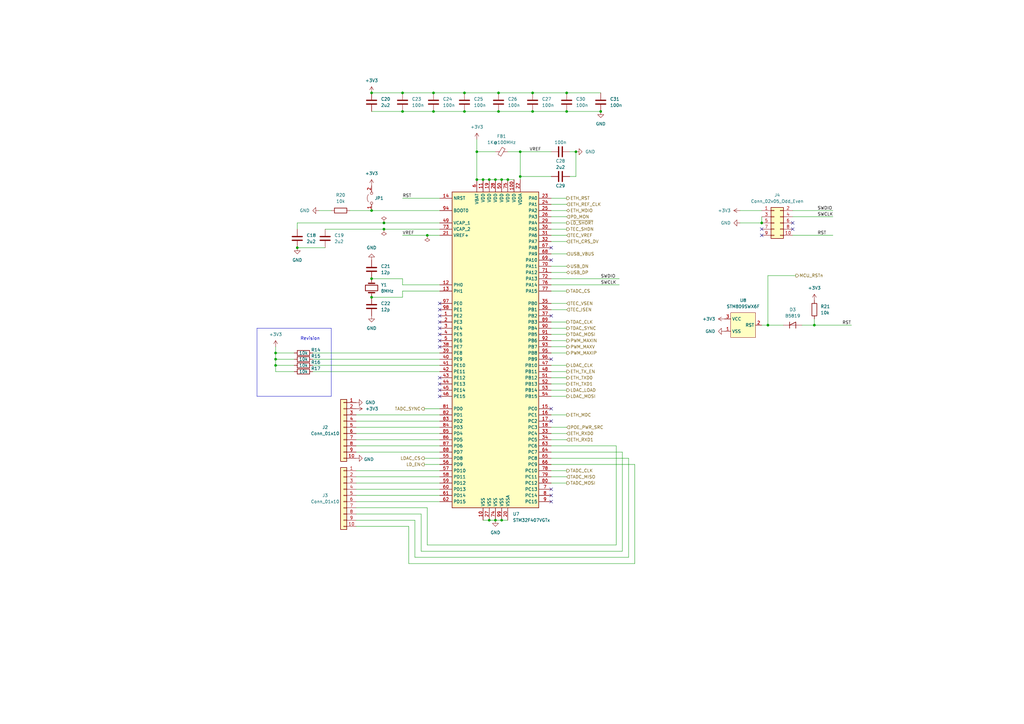
<source format=kicad_sch>
(kicad_sch (version 20230121) (generator eeschema)
  (paper "A3")
  (title_block (title "Kirdy") (date "2022-07-03") (rev "r0.1") (company "M-Labs") (comment 1 "Alex Wong Tat Hang"))
  (lib_symbols
    (symbol "Connector_Generic:Conn_01x10" (pin_names (offset 1.016) hide)
      (property "Reference" "J" (at 0 12.7 0))
      (property "Value" "Conn_01x10" (at 0 -15.24 0))
      (symbol "Conn_01x10_1_1"
        (rectangle (start -1.27 -12.573) (end 0 -12.827) (stroke (width 0.1524)))
        (rectangle (start -1.27 -10.033) (end 0 -10.287) (stroke (width 0.1524)))
        (rectangle (start -1.27 -7.493) (end 0 -7.747) (stroke (width 0.1524)))
        (rectangle (start -1.27 -4.953) (end 0 -5.207) (stroke (width 0.1524)))
        (rectangle (start -1.27 -2.413) (end 0 -2.667) (stroke (width 0.1524)))
        (rectangle (start -1.27 0.127) (end 0 -0.127) (stroke (width 0.1524)))
        (rectangle (start -1.27 2.667) (end 0 2.413) (stroke (width 0.1524)))
        (rectangle (start -1.27 5.207) (end 0 4.953) (stroke (width 0.1524)))
        (rectangle (start -1.27 7.747) (end 0 7.493) (stroke (width 0.1524)))
        (rectangle (start -1.27 10.287) (end 0 10.033) (stroke (width 0.1524)))
        (rectangle (start -1.27 11.43) (end 1.27 -13.97) (stroke (width 0.254)) (fill (type background)))
        (pin passive line (at -5.08 10.16 0) (length 3.81) (name "Pin_1") (number "1"))
        (pin passive line (at -5.08 -12.7 0) (length 3.81) (name "Pin_10") (number "10"))
        (pin passive line (at -5.08 7.62 0) (length 3.81) (name "Pin_2") (number "2"))
        (pin passive line (at -5.08 5.08 0) (length 3.81) (name "Pin_3") (number "3"))
        (pin passive line (at -5.08 2.54 0) (length 3.81) (name "Pin_4") (number "4"))
        (pin passive line (at -5.08 0 0) (length 3.81) (name "Pin_5") (number "5"))
        (pin passive line (at -5.08 -2.54 0) (length 3.81) (name "Pin_6") (number "6"))
        (pin passive line (at -5.08 -5.08 0) (length 3.81) (name "Pin_7") (number "7"))
        (pin passive line (at -5.08 -7.62 0) (length 3.81) (name "Pin_8") (number "8"))
        (pin passive line (at -5.08 -10.16 0) (length 3.81) (name "Pin_9") (number "9"))
      )
    )
    (symbol "Connector_Generic:Conn_02x05_Odd_Even" (pin_names (offset 1.016) hide)
      (property "Reference" "J" (at 1.27 7.62 0))
      (property "Value" "Conn_02x05_Odd_Even" (at 1.27 -7.62 0))
      (symbol "Conn_02x05_Odd_Even_1_1"
        (rectangle (start -1.27 -4.953) (end 0 -5.207) (stroke (width 0.1524)))
        (rectangle (start -1.27 -2.413) (end 0 -2.667) (stroke (width 0.1524)))
        (rectangle (start -1.27 0.127) (end 0 -0.127) (stroke (width 0.1524)))
        (rectangle (start -1.27 2.667) (end 0 2.413) (stroke (width 0.1524)))
        (rectangle (start -1.27 5.207) (end 0 4.953) (stroke (width 0.1524)))
        (rectangle (start -1.27 6.35) (end 3.81 -6.35) (stroke (width 0.254)) (fill (type background)))
        (rectangle (start 3.81 -4.953) (end 2.54 -5.207) (stroke (width 0.1524)))
        (rectangle (start 3.81 -2.413) (end 2.54 -2.667) (stroke (width 0.1524)))
        (rectangle (start 3.81 0.127) (end 2.54 -0.127) (stroke (width 0.1524)))
        (rectangle (start 3.81 2.667) (end 2.54 2.413) (stroke (width 0.1524)))
        (rectangle (start 3.81 5.207) (end 2.54 4.953) (stroke (width 0.1524)))
        (pin passive line (at -5.08 5.08 0) (length 3.81) (name "Pin_1") (number "1"))
        (pin passive line (at 7.62 -5.08 180) (length 3.81) (name "Pin_10") (number "10"))
        (pin passive line (at 7.62 5.08 180) (length 3.81) (name "Pin_2") (number "2"))
        (pin passive line (at -5.08 2.54 0) (length 3.81) (name "Pin_3") (number "3"))
        (pin passive line (at 7.62 2.54 180) (length 3.81) (name "Pin_4") (number "4"))
        (pin passive line (at -5.08 0 0) (length 3.81) (name "Pin_5") (number "5"))
        (pin passive line (at 7.62 0 180) (length 3.81) (name "Pin_6") (number "6"))
        (pin passive line (at -5.08 -2.54 0) (length 3.81) (name "Pin_7") (number "7"))
        (pin passive line (at 7.62 -2.54 180) (length 3.81) (name "Pin_8") (number "8"))
        (pin passive line (at -5.08 -5.08 0) (length 3.81) (name "Pin_9") (number "9"))
      )
    )
    (symbol "Device:C" (pin_numbers hide) (pin_names (offset 0.254))
      (property "Reference" "C" (at 0.635 2.54 0))
      (property "Value" "C" (at 0.635 -2.54 0))
      (symbol "C_0_1"
        (polyline (pts (xy -2.032 -0.762) (xy 2.032 -0.762)) (stroke (width 0.508)))
        (polyline (pts (xy -2.032 0.762) (xy 2.032 0.762)) (stroke (width 0.508)))
      )
      (symbol "C_1_1"
        (pin passive line (at 0 3.81 270) (length 2.794) (name "~") (number "1"))
        (pin passive line (at 0 -3.81 90) (length 2.794) (name "~") (number "2"))
      )
    )
    (symbol "Device:Crystal" (pin_numbers hide) (pin_names (offset 1.016) hide)
      (property "Reference" "Y" (at 0 3.81 0))
      (property "Value" "Crystal" (at 0 -3.81 0))
      (symbol "Crystal_0_1"
        (rectangle (start -1.143 2.54) (end 1.143 -2.54) (stroke (width 0.3048)))
        (polyline (pts (xy -2.54 0) (xy -1.905 0)))
        (polyline (pts (xy -1.905 -1.27) (xy -1.905 1.27)) (stroke (width 0.508)))
        (polyline (pts (xy 1.905 -1.27) (xy 1.905 1.27)) (stroke (width 0.508)))
        (polyline (pts (xy 2.54 0) (xy 1.905 0)))
      )
      (symbol "Crystal_1_1"
        (pin passive line (at -3.81 0 0) (length 1.27) (name "1") (number "1"))
        (pin passive line (at 3.81 0 180) (length 1.27) (name "2") (number "2"))
      )
    )
    (symbol "Device:D_Shockley" (pin_numbers hide) (pin_names (offset 1.016) hide)
      (property "Reference" "D" (at 0 2.54 0))
      (property "Value" "D_Shockley" (at 0 -2.54 0))
      (symbol "D_Shockley_0_1"
        (polyline (pts (xy -1.27 0) (xy 1.27 0)))
        (polyline (pts (xy -1.27 1.27) (xy -1.27 -1.27)) (stroke (width 0.254)))
        (polyline (pts (xy -1.27 0) (xy 1.27 1.27) (xy 1.27 -1.27)) (stroke (width 0.254)))
      )
      (symbol "D_Shockley_1_1"
        (pin passive line (at -3.81 0 0) (length 2.54) (name "K") (number "1"))
        (pin passive line (at 3.81 0 180) (length 2.54) (name "A") (number "2"))
      )
    )
    (symbol "Device:FerriteBead_Small" (pin_numbers hide) (pin_names (offset 0))
      (property "Reference" "FB" (at 1.905 1.27 0))
      (property "Value" "FerriteBead_Small" (at 1.905 -1.27 0))
      (symbol "FerriteBead_Small_0_1"
        (polyline (pts (xy 0 -1.27) (xy 0 -0.7874)))
        (polyline (pts (xy 0 0.889) (xy 0 1.2954)))
        (polyline (pts (xy -1.8288 0.2794) (xy -1.1176 1.4986) (xy 1.8288 -0.2032) (xy 1.1176 -1.4224) (xy -1.8288 0.2794)))
      )
      (symbol "FerriteBead_Small_1_1"
        (pin passive line (at 0 2.54 270) (length 1.27) (name "~") (number "1"))
        (pin passive line (at 0 -2.54 90) (length 1.27) (name "~") (number "2"))
      )
    )
    (symbol "Device:R" (pin_numbers hide) (pin_names (offset 0))
      (property "Reference" "R" (at 2.032 0 90))
      (property "Value" "R" (at 0 0 90))
      (symbol "R_0_1"
        (rectangle (start -1.016 -2.54) (end 1.016 2.54) (stroke (width 0.254)))
      )
      (symbol "R_1_1"
        (pin passive line (at 0 3.81 270) (length 1.27) (name "~") (number "1"))
        (pin passive line (at 0 -3.81 90) (length 1.27) (name "~") (number "2"))
      )
    )
    (symbol "Jumper:Jumper_2_Open" (pin_names (offset 0) hide)
      (property "Reference" "JP" (at 0 2.794 0))
      (property "Value" "Jumper_2_Open" (at 0 -2.286 0))
      (symbol "Jumper_2_Open_0_0"
        (circle (center -2.032 0) (radius 0.508))
        (circle (center 2.032 0) (radius 0.508))
      )
      (symbol "Jumper_2_Open_0_1"
        (arc (start 1.524 1.27) (mid 0 1.778) (end -1.524 1.27))
      )
      (symbol "Jumper_2_Open_1_1"
        (pin passive line (at -5.08 0 0) (length 2.54) (name "A") (number "1"))
        (pin passive line (at 5.08 0 180) (length 2.54) (name "B") (number "2"))
      )
    )
    (symbol "MCU_ST_STM32F4:STM32F407VGTx"
      (property "Reference" "U" (at -17.78 64.77 0))
      (property "Value" "STM32F407VGTx" (at 12.7 64.77 0))
      (symbol "STM32F407VGTx_0_1"
        (rectangle (start -17.78 -66.04) (end 17.78 63.5) (stroke (width 0.254)) (fill (type background)))
      )
      (symbol "STM32F407VGTx_1_1"
        (pin bidirectional line (at -22.86 12.7 0) (length 5.08) (name "PE2") (number "1"))
        (pin power_in line (at -5.08 -71.12 90) (length 5.08) (name "VSS") (number "10"))
        (pin power_in line (at 7.62 68.58 270) (length 5.08) (name "VDD") (number "100"))
        (pin power_in line (at -5.08 68.58 270) (length 5.08) (name "VDD") (number "11"))
        (pin input line (at -22.86 25.4 0) (length 5.08) (name "PH0") (number "12"))
        (pin input line (at -22.86 22.86 0) (length 5.08) (name "PH1") (number "13"))
        (pin input line (at -22.86 60.96 0) (length 5.08) (name "NRST") (number "14"))
        (pin bidirectional line (at 22.86 -25.4 180) (length 5.08) (name "PC0") (number "15"))
        (pin bidirectional line (at 22.86 -27.94 180) (length 5.08) (name "PC1") (number "16"))
        (pin bidirectional line (at 22.86 -30.48 180) (length 5.08) (name "PC2") (number "17"))
        (pin bidirectional line (at 22.86 -33.02 180) (length 5.08) (name "PC3") (number "18"))
        (pin power_in line (at -2.54 68.58 270) (length 5.08) (name "VDD") (number "19"))
        (pin bidirectional line (at -22.86 10.16 0) (length 5.08) (name "PE3") (number "2"))
        (pin power_in line (at 5.08 -71.12 90) (length 5.08) (name "VSSA") (number "20"))
        (pin power_in line (at -22.86 45.72 0) (length 5.08) (name "VREF+") (number "21"))
        (pin power_in line (at 10.16 68.58 270) (length 5.08) (name "VDDA") (number "22"))
        (pin bidirectional line (at 22.86 60.96 180) (length 5.08) (name "PA0") (number "23"))
        (pin bidirectional line (at 22.86 58.42 180) (length 5.08) (name "PA1") (number "24"))
        (pin bidirectional line (at 22.86 55.88 180) (length 5.08) (name "PA2") (number "25"))
        (pin bidirectional line (at 22.86 53.34 180) (length 5.08) (name "PA3") (number "26"))
        (pin power_in line (at -2.54 -71.12 90) (length 5.08) (name "VSS") (number "27"))
        (pin power_in line (at 0 68.58 270) (length 5.08) (name "VDD") (number "28"))
        (pin bidirectional line (at 22.86 50.8 180) (length 5.08) (name "PA4") (number "29"))
        (pin bidirectional line (at -22.86 7.62 0) (length 5.08) (name "PE4") (number "3"))
        (pin bidirectional line (at 22.86 48.26 180) (length 5.08) (name "PA5") (number "30"))
        (pin bidirectional line (at 22.86 45.72 180) (length 5.08) (name "PA6") (number "31"))
        (pin bidirectional line (at 22.86 43.18 180) (length 5.08) (name "PA7") (number "32"))
        (pin bidirectional line (at 22.86 -35.56 180) (length 5.08) (name "PC4") (number "33"))
        (pin bidirectional line (at 22.86 -38.1 180) (length 5.08) (name "PC5") (number "34"))
        (pin bidirectional line (at 22.86 17.78 180) (length 5.08) (name "PB0") (number "35"))
        (pin bidirectional line (at 22.86 15.24 180) (length 5.08) (name "PB1") (number "36"))
        (pin bidirectional line (at 22.86 12.7 180) (length 5.08) (name "PB2") (number "37"))
        (pin bidirectional line (at -22.86 0 0) (length 5.08) (name "PE7") (number "38"))
        (pin bidirectional line (at -22.86 -2.54 0) (length 5.08) (name "PE8") (number "39"))
        (pin bidirectional line (at -22.86 5.08 0) (length 5.08) (name "PE5") (number "4"))
        (pin bidirectional line (at -22.86 -5.08 0) (length 5.08) (name "PE9") (number "40"))
        (pin bidirectional line (at -22.86 -7.62 0) (length 5.08) (name "PE10") (number "41"))
        (pin bidirectional line (at -22.86 -10.16 0) (length 5.08) (name "PE11") (number "42"))
        (pin bidirectional line (at -22.86 -12.7 0) (length 5.08) (name "PE12") (number "43"))
        (pin bidirectional line (at -22.86 -15.24 0) (length 5.08) (name "PE13") (number "44"))
        (pin bidirectional line (at -22.86 -17.78 0) (length 5.08) (name "PE14") (number "45"))
        (pin bidirectional line (at -22.86 -20.32 0) (length 5.08) (name "PE15") (number "46"))
        (pin bidirectional line (at 22.86 -7.62 180) (length 5.08) (name "PB10") (number "47"))
        (pin bidirectional line (at 22.86 -10.16 180) (length 5.08) (name "PB11") (number "48"))
        (pin power_in line (at -22.86 50.8 0) (length 5.08) (name "VCAP_1") (number "49"))
        (pin bidirectional line (at -22.86 2.54 0) (length 5.08) (name "PE6") (number "5"))
        (pin power_in line (at 2.54 68.58 270) (length 5.08) (name "VDD") (number "50"))
        (pin bidirectional line (at 22.86 -12.7 180) (length 5.08) (name "PB12") (number "51"))
        (pin bidirectional line (at 22.86 -15.24 180) (length 5.08) (name "PB13") (number "52"))
        (pin bidirectional line (at 22.86 -17.78 180) (length 5.08) (name "PB14") (number "53"))
        (pin bidirectional line (at 22.86 -20.32 180) (length 5.08) (name "PB15") (number "54"))
        (pin bidirectional line (at -22.86 -45.72 0) (length 5.08) (name "PD8") (number "55"))
        (pin bidirectional line (at -22.86 -48.26 0) (length 5.08) (name "PD9") (number "56"))
        (pin bidirectional line (at -22.86 -50.8 0) (length 5.08) (name "PD10") (number "57"))
        (pin bidirectional line (at -22.86 -53.34 0) (length 5.08) (name "PD11") (number "58"))
        (pin bidirectional line (at -22.86 -55.88 0) (length 5.08) (name "PD12") (number "59"))
        (pin power_in line (at -7.62 68.58 270) (length 5.08) (name "VBAT") (number "6"))
        (pin bidirectional line (at -22.86 -58.42 0) (length 5.08) (name "PD13") (number "60"))
        (pin bidirectional line (at -22.86 -60.96 0) (length 5.08) (name "PD14") (number "61"))
        (pin bidirectional line (at -22.86 -63.5 0) (length 5.08) (name "PD15") (number "62"))
        (pin bidirectional line (at 22.86 -40.64 180) (length 5.08) (name "PC6") (number "63"))
        (pin bidirectional line (at 22.86 -43.18 180) (length 5.08) (name "PC7") (number "64"))
        (pin bidirectional line (at 22.86 -45.72 180) (length 5.08) (name "PC8") (number "65"))
        (pin bidirectional line (at 22.86 -48.26 180) (length 5.08) (name "PC9") (number "66"))
        (pin bidirectional line (at 22.86 40.64 180) (length 5.08) (name "PA8") (number "67"))
        (pin bidirectional line (at 22.86 38.1 180) (length 5.08) (name "PA9") (number "68"))
        (pin bidirectional line (at 22.86 35.56 180) (length 5.08) (name "PA10") (number "69"))
        (pin bidirectional line (at 22.86 -58.42 180) (length 5.08) (name "PC13") (number "7"))
        (pin bidirectional line (at 22.86 33.02 180) (length 5.08) (name "PA11") (number "70"))
        (pin bidirectional line (at 22.86 30.48 180) (length 5.08) (name "PA12") (number "71"))
        (pin bidirectional line (at 22.86 27.94 180) (length 5.08) (name "PA13") (number "72"))
        (pin power_in line (at -22.86 48.26 0) (length 5.08) (name "VCAP_2") (number "73"))
        (pin power_in line (at 0 -71.12 90) (length 5.08) (name "VSS") (number "74"))
        (pin power_in line (at 5.08 68.58 270) (length 5.08) (name "VDD") (number "75"))
        (pin bidirectional line (at 22.86 25.4 180) (length 5.08) (name "PA14") (number "76"))
        (pin bidirectional line (at 22.86 22.86 180) (length 5.08) (name "PA15") (number "77"))
        (pin bidirectional line (at 22.86 -50.8 180) (length 5.08) (name "PC10") (number "78"))
        (pin bidirectional line (at 22.86 -53.34 180) (length 5.08) (name "PC11") (number "79"))
        (pin bidirectional line (at 22.86 -60.96 180) (length 5.08) (name "PC14") (number "8"))
        (pin bidirectional line (at 22.86 -55.88 180) (length 5.08) (name "PC12") (number "80"))
        (pin bidirectional line (at -22.86 -25.4 0) (length 5.08) (name "PD0") (number "81"))
        (pin bidirectional line (at -22.86 -27.94 0) (length 5.08) (name "PD1") (number "82"))
        (pin bidirectional line (at -22.86 -30.48 0) (length 5.08) (name "PD2") (number "83"))
        (pin bidirectional line (at -22.86 -33.02 0) (length 5.08) (name "PD3") (number "84"))
        (pin bidirectional line (at -22.86 -35.56 0) (length 5.08) (name "PD4") (number "85"))
        (pin bidirectional line (at -22.86 -38.1 0) (length 5.08) (name "PD5") (number "86"))
        (pin bidirectional line (at -22.86 -40.64 0) (length 5.08) (name "PD6") (number "87"))
        (pin bidirectional line (at -22.86 -43.18 0) (length 5.08) (name "PD7") (number "88"))
        (pin bidirectional line (at 22.86 10.16 180) (length 5.08) (name "PB3") (number "89"))
        (pin bidirectional line (at 22.86 -63.5 180) (length 5.08) (name "PC15") (number "9"))
        (pin bidirectional line (at 22.86 7.62 180) (length 5.08) (name "PB4") (number "90"))
        (pin bidirectional line (at 22.86 5.08 180) (length 5.08) (name "PB5") (number "91"))
        (pin bidirectional line (at 22.86 2.54 180) (length 5.08) (name "PB6") (number "92"))
        (pin bidirectional line (at 22.86 0 180) (length 5.08) (name "PB7") (number "93"))
        (pin input line (at -22.86 55.88 0) (length 5.08) (name "BOOT0") (number "94"))
        (pin bidirectional line (at 22.86 -2.54 180) (length 5.08) (name "PB8") (number "95"))
        (pin bidirectional line (at 22.86 -5.08 180) (length 5.08) (name "PB9") (number "96"))
        (pin bidirectional line (at -22.86 17.78 0) (length 5.08) (name "PE0") (number "97"))
        (pin bidirectional line (at -22.86 15.24 0) (length 5.08) (name "PE1") (number "98"))
        (pin power_in line (at 2.54 -71.12 90) (length 5.08) (name "VSS") (number "99"))
      )
    )
    (symbol "kirdy:STM809SWX6F"
      (property "Reference" "U" (at 0 -10.16 0))
      (property "Value" "STM809SWX6F" (at 0 -7.62 0))
      (symbol "STM809SWX6F_0_0"
        (pin power_in line (at -7.62 -2.54 0) (length 2.54) (name "VSS") (number "1"))
        (pin output line (at 7.62 0 180) (length 2.54) (name "RST") (number "2"))
        (pin power_in line (at -7.62 2.54 0) (length 2.54) (name "VCC") (number "3"))
      )
      (symbol "STM809SWX6F_0_1"
        (rectangle (start -5.08 5.08) (end 5.08 -5.08) (fill (type background)))
      )
    )
    (symbol "power:+3V3" (power) (pin_names (offset 0))
      (property "Value" "+3V3" (at 0 3.556 0))
      (symbol "+3V3_0_1"
        (polyline (pts (xy -0.762 1.27) (xy 0 2.54)))
        (polyline (pts (xy 0 0) (xy 0 2.54)))
        (polyline (pts (xy 0 2.54) (xy 0.762 1.27)))
      )
      (symbol "+3V3_1_1"
        (pin power_in line (at 0 0 90) (length 0) hide (name "+3V3") (number "1"))
      )
    )
    (symbol "power:GND" (power) (pin_names (offset 0))
      (property "Value" "GND" (at 0 -3.81 0))
      (symbol "GND_0_1"
        (polyline (pts (xy 0 0) (xy 0 -1.27) (xy 1.27 -1.27) (xy 0 -2.54) (xy -1.27 -1.27) (xy 0 -1.27)))
      )
      (symbol "GND_1_1"
        (pin power_in line (at 0 0 270) (length 0) hide (name "GND") (number "1"))
      )
    )
    (symbol "power:PWR_FLAG" (power) (pin_numbers hide) (pin_names (offset 0) hide)
      (property "Value" "PWR_FLAG" (at 0 3.81 0))
      (symbol "PWR_FLAG_0_0"
        (pin power_out line (at 0 0 90) (length 0) (name "pwr") (number "1"))
      )
      (symbol "PWR_FLAG_0_1"
        (polyline (pts (xy 0 0) (xy 0 1.27) (xy -1.016 1.905) (xy 0 2.54) (xy 1.016 1.905) (xy 0 1.27)))
      )
    )
  )
  (junction (at 165.1 38.1))
  (junction (at 152.4 114.3))
  (junction (at 198.12 73.66))
  (junction (at 157.48 93.98))
  (junction (at 205.74 213.36))
  (junction (at 177.8 38.1))
  (junction (at 213.36 72.39))
  (junction (at 236.22 62.23))
  (junction (at 152.4 38.1))
  (junction (at 195.58 73.66))
  (junction (at 121.92 101.6))
  (junction (at 200.66 73.66))
  (junction (at 203.2 213.36))
  (junction (at 175.26 96.52))
  (junction (at 204.47 38.1))
  (junction (at 152.4 86.36))
  (junction (at 177.8 45.72))
  (junction (at 232.41 45.72))
  (junction (at 314.96 133.35))
  (junction (at 200.66 213.36))
  (junction (at 157.48 91.44))
  (junction (at 208.28 73.66))
  (junction (at 113.03 144.78))
  (junction (at 190.5 45.72))
  (junction (at 165.1 45.72))
  (junction (at 203.2 73.66))
  (junction (at 232.41 38.1))
  (junction (at 334.01 133.35))
  (junction (at 213.36 62.23))
  (junction (at 190.5 38.1))
  (junction (at 204.47 45.72))
  (junction (at 113.03 147.32))
  (junction (at 218.44 38.1))
  (junction (at 246.38 45.72))
  (junction (at 205.74 73.66))
  (junction (at 152.4 121.92))
  (junction (at 195.58 62.23))
  (junction (at 312.42 91.44))
  (junction (at 218.44 45.72))
  (junction (at 113.03 149.86))
  (no_connect (at 312.42 96.52))
  (no_connect (at 325.12 93.98))
  (no_connect (at 325.12 91.44))
  (no_connect (at 180.34 157.48))
  (no_connect (at 180.34 154.94))
  (no_connect (at 312.42 93.98))
  (no_connect (at 226.06 172.72))
  (no_connect (at 226.06 101.6))
  (no_connect (at 226.06 200.66))
  (no_connect (at 226.06 203.2))
  (no_connect (at 226.06 205.74))
  (no_connect (at 226.06 106.68))
  (no_connect (at 226.06 129.54))
  (no_connect (at 180.34 129.54))
  (no_connect (at 180.34 124.46))
  (no_connect (at 180.34 127))
  (no_connect (at 226.06 147.32))
  (no_connect (at 226.06 167.64))
  (no_connect (at 180.34 162.56))
  (no_connect (at 180.34 160.02))
  (no_connect (at 180.34 132.08))
  (no_connect (at 180.34 134.62))
  (no_connect (at 180.34 137.16))
  (no_connect (at 180.34 139.7))
  (no_connect (at 180.34 142.24))
  (wire (pts (xy 226.06 180.34) (xy 232.41 180.34)))
  (wire (pts (xy 146.05 205.74) (xy 180.34 205.74)))
  (wire (pts (xy 226.06 170.18) (xy 232.41 170.18)))
  (wire (pts (xy 226.06 160.02) (xy 232.41 160.02)))
  (wire (pts (xy 226.06 99.06) (xy 232.41 99.06)))
  (wire (pts (xy 165.1 116.84) (xy 180.34 116.84)))
  (wire (pts (xy 226.06 104.14) (xy 232.41 104.14)))
  (wire (pts (xy 146.05 203.2) (xy 180.34 203.2)))
  (wire (pts (xy 226.06 86.36) (xy 232.41 86.36)))
  (polyline (pts (xy 105.41 162.56) (xy 135.89 162.56)))
  (wire (pts (xy 175.26 96.52) (xy 180.34 96.52)))
  (wire (pts (xy 257.81 187.96) (xy 257.81 228.6)))
  (wire (pts (xy 198.12 213.36) (xy 200.66 213.36)))
  (wire (pts (xy 218.44 45.72) (xy 232.41 45.72)))
  (wire (pts (xy 312.42 88.9) (xy 312.42 91.44)))
  (wire (pts (xy 165.1 81.28) (xy 180.34 81.28)))
  (wire (pts (xy 233.68 72.39) (xy 236.22 72.39)))
  (wire (pts (xy 172.72 226.06) (xy 172.72 210.82)))
  (wire (pts (xy 146.05 172.72) (xy 180.34 172.72)))
  (wire (pts (xy 195.58 62.23) (xy 203.2 62.23)))
  (wire (pts (xy 175.26 223.52) (xy 175.26 208.28)))
  (wire (pts (xy 121.92 101.6) (xy 133.35 101.6)))
  (wire (pts (xy 175.26 208.28) (xy 146.05 208.28)))
  (wire (pts (xy 173.99 187.96) (xy 180.34 187.96)))
  (wire (pts (xy 325.12 96.52) (xy 341.63 96.52)))
  (wire (pts (xy 203.2 213.36) (xy 205.74 213.36)))
  (wire (pts (xy 328.93 133.35) (xy 334.01 133.35)))
  (wire (pts (xy 312.42 133.35) (xy 314.96 133.35)))
  (wire (pts (xy 226.06 139.7) (xy 232.41 139.7)))
  (polyline (pts (xy 135.89 162.56) (xy 135.89 134.62)))
  (wire (pts (xy 226.06 116.84) (xy 254 116.84)))
  (wire (pts (xy 170.18 228.6) (xy 170.18 213.36)))
  (wire (pts (xy 204.47 38.1) (xy 218.44 38.1)))
  (wire (pts (xy 113.03 152.4) (xy 120.65 152.4)))
  (wire (pts (xy 128.27 149.86) (xy 180.34 149.86)))
  (wire (pts (xy 260.35 231.14) (xy 167.64 231.14)))
  (wire (pts (xy 113.03 149.86) (xy 120.65 149.86)))
  (wire (pts (xy 152.4 45.72) (xy 165.1 45.72)))
  (wire (pts (xy 157.48 93.98) (xy 180.34 93.98)))
  (wire (pts (xy 314.96 113.03) (xy 326.39 113.03)))
  (wire (pts (xy 128.27 147.32) (xy 180.34 147.32)))
  (wire (pts (xy 165.1 119.38) (xy 165.1 121.92)))
  (wire (pts (xy 208.28 62.23) (xy 213.36 62.23)))
  (wire (pts (xy 146.05 170.18) (xy 180.34 170.18)))
  (wire (pts (xy 146.05 193.04) (xy 180.34 193.04)))
  (wire (pts (xy 167.64 215.9) (xy 146.05 215.9)))
  (wire (pts (xy 133.35 93.98) (xy 157.48 93.98)))
  (wire (pts (xy 226.06 177.8) (xy 232.41 177.8)))
  (wire (pts (xy 226.06 193.04) (xy 232.41 193.04)))
  (wire (pts (xy 334.01 133.35) (xy 334.01 130.81)))
  (wire (pts (xy 170.18 213.36) (xy 146.05 213.36)))
  (wire (pts (xy 113.03 147.32) (xy 113.03 149.86)))
  (wire (pts (xy 334.01 133.35) (xy 349.25 133.35)))
  (wire (pts (xy 255.27 226.06) (xy 172.72 226.06)))
  (wire (pts (xy 226.06 154.94) (xy 232.41 154.94)))
  (wire (pts (xy 146.05 195.58) (xy 180.34 195.58)))
  (wire (pts (xy 213.36 62.23) (xy 213.36 72.39)))
  (wire (pts (xy 226.06 111.76) (xy 232.41 111.76)))
  (wire (pts (xy 226.06 134.62) (xy 232.41 134.62)))
  (wire (pts (xy 226.06 182.88) (xy 252.73 182.88)))
  (wire (pts (xy 226.06 187.96) (xy 257.81 187.96)))
  (wire (pts (xy 226.06 149.86) (xy 232.41 149.86)))
  (wire (pts (xy 252.73 223.52) (xy 175.26 223.52)))
  (wire (pts (xy 314.96 133.35) (xy 321.31 133.35)))
  (wire (pts (xy 226.06 137.16) (xy 232.41 137.16)))
  (wire (pts (xy 226.06 185.42) (xy 255.27 185.42)))
  (wire (pts (xy 226.06 93.98) (xy 232.41 93.98)))
  (wire (pts (xy 177.8 38.1) (xy 190.5 38.1)))
  (wire (pts (xy 200.66 213.36) (xy 203.2 213.36)))
  (wire (pts (xy 252.73 182.88) (xy 252.73 223.52)))
  (wire (pts (xy 203.2 73.66) (xy 205.74 73.66)))
  (wire (pts (xy 195.58 62.23) (xy 195.58 73.66)))
  (wire (pts (xy 233.68 62.23) (xy 236.22 62.23)))
  (wire (pts (xy 146.05 182.88) (xy 180.34 182.88)))
  (wire (pts (xy 177.8 45.72) (xy 190.5 45.72)))
  (wire (pts (xy 226.06 190.5) (xy 260.35 190.5)))
  (wire (pts (xy 146.05 175.26) (xy 180.34 175.26)))
  (wire (pts (xy 226.06 198.12) (xy 232.41 198.12)))
  (wire (pts (xy 232.41 38.1) (xy 246.38 38.1)))
  (wire (pts (xy 195.58 73.66) (xy 198.12 73.66)))
  (wire (pts (xy 213.36 62.23) (xy 226.06 62.23)))
  (wire (pts (xy 165.1 121.92) (xy 152.4 121.92)))
  (wire (pts (xy 113.03 144.78) (xy 113.03 147.32)))
  (wire (pts (xy 152.4 86.36) (xy 180.34 86.36)))
  (wire (pts (xy 198.12 73.66) (xy 200.66 73.66)))
  (wire (pts (xy 113.03 144.78) (xy 120.65 144.78)))
  (wire (pts (xy 113.03 149.86) (xy 113.03 152.4)))
  (wire (pts (xy 213.36 72.39) (xy 213.36 73.66)))
  (wire (pts (xy 226.06 124.46) (xy 232.41 124.46)))
  (wire (pts (xy 226.06 152.4) (xy 232.41 152.4)))
  (wire (pts (xy 325.12 86.36) (xy 341.63 86.36)))
  (polyline (pts (xy 105.41 134.62) (xy 105.41 162.56)))
  (wire (pts (xy 226.06 195.58) (xy 232.41 195.58)))
  (wire (pts (xy 146.05 198.12) (xy 180.34 198.12)))
  (wire (pts (xy 165.1 96.52) (xy 175.26 96.52)))
  (wire (pts (xy 113.03 147.32) (xy 120.65 147.32)))
  (wire (pts (xy 208.28 73.66) (xy 210.82 73.66)))
  (wire (pts (xy 165.1 45.72) (xy 177.8 45.72)))
  (wire (pts (xy 165.1 119.38) (xy 180.34 119.38)))
  (wire (pts (xy 226.06 142.24) (xy 232.41 142.24)))
  (wire (pts (xy 165.1 116.84) (xy 165.1 114.3)))
  (wire (pts (xy 226.06 132.08) (xy 232.41 132.08)))
  (wire (pts (xy 121.92 93.98) (xy 121.92 91.44)))
  (wire (pts (xy 146.05 185.42) (xy 180.34 185.42)))
  (wire (pts (xy 213.36 72.39) (xy 226.06 72.39)))
  (wire (pts (xy 236.22 72.39) (xy 236.22 62.23)))
  (wire (pts (xy 205.74 73.66) (xy 208.28 73.66)))
  (wire (pts (xy 157.48 91.44) (xy 180.34 91.44)))
  (wire (pts (xy 226.06 109.22) (xy 232.41 109.22)))
  (wire (pts (xy 113.03 142.24) (xy 113.03 144.78)))
  (wire (pts (xy 146.05 200.66) (xy 180.34 200.66)))
  (wire (pts (xy 303.53 91.44) (xy 312.42 91.44)))
  (wire (pts (xy 218.44 38.1) (xy 232.41 38.1)))
  (wire (pts (xy 226.06 175.26) (xy 232.41 175.26)))
  (wire (pts (xy 226.06 88.9) (xy 232.41 88.9)))
  (wire (pts (xy 232.41 45.72) (xy 246.38 45.72)))
  (wire (pts (xy 314.96 133.35) (xy 314.96 113.03)))
  (wire (pts (xy 226.06 96.52) (xy 232.41 96.52)))
  (wire (pts (xy 195.58 57.15) (xy 195.58 62.23)))
  (wire (pts (xy 226.06 119.38) (xy 232.41 119.38)))
  (wire (pts (xy 173.99 190.5) (xy 180.34 190.5)))
  (wire (pts (xy 190.5 38.1) (xy 204.47 38.1)))
  (wire (pts (xy 165.1 38.1) (xy 177.8 38.1)))
  (wire (pts (xy 260.35 190.5) (xy 260.35 231.14)))
  (wire (pts (xy 152.4 38.1) (xy 165.1 38.1)))
  (wire (pts (xy 204.47 45.72) (xy 218.44 45.72)))
  (wire (pts (xy 257.81 228.6) (xy 170.18 228.6)))
  (wire (pts (xy 226.06 127) (xy 232.41 127)))
  (wire (pts (xy 146.05 180.34) (xy 180.34 180.34)))
  (wire (pts (xy 226.06 81.28) (xy 232.41 81.28)))
  (wire (pts (xy 226.06 83.82) (xy 232.41 83.82)))
  (wire (pts (xy 205.74 213.36) (xy 208.28 213.36)))
  (wire (pts (xy 303.53 86.36) (xy 312.42 86.36)))
  (wire (pts (xy 226.06 144.78) (xy 232.41 144.78)))
  (wire (pts (xy 172.72 210.82) (xy 146.05 210.82)))
  (wire (pts (xy 165.1 114.3) (xy 152.4 114.3)))
  (polyline (pts (xy 105.41 134.62) (xy 135.89 134.62)))
  (wire (pts (xy 143.51 86.36) (xy 152.4 86.36)))
  (wire (pts (xy 226.06 91.44) (xy 232.41 91.44)))
  (wire (pts (xy 130.81 86.36) (xy 135.89 86.36)))
  (wire (pts (xy 121.92 91.44) (xy 157.48 91.44)))
  (wire (pts (xy 226.06 162.56) (xy 232.41 162.56)))
  (wire (pts (xy 190.5 45.72) (xy 204.47 45.72)))
  (wire (pts (xy 128.27 144.78) (xy 180.34 144.78)))
  (wire (pts (xy 226.06 114.3) (xy 254 114.3)))
  (wire (pts (xy 226.06 157.48) (xy 232.41 157.48)))
  (wire (pts (xy 167.64 231.14) (xy 167.64 215.9)))
  (wire (pts (xy 255.27 185.42) (xy 255.27 226.06)))
  (wire (pts (xy 146.05 177.8) (xy 180.34 177.8)))
  (wire (pts (xy 325.12 88.9) (xy 341.63 88.9)))
  (wire (pts (xy 173.99 167.64) (xy 180.34 167.64)))
  (wire (pts (xy 128.27 152.4) (xy 180.34 152.4)))
  (wire (pts (xy 200.66 73.66) (xy 203.2 73.66)))
  (text "Revision\n" (at 123.19 139.7 0) (effects (font (size 1.27 1.27)) (justify left bottom)))
  (label "VREF" (at 217.17 62.23 0))
  (label "SWDIO" (at 246.38 114.3 0))
  (label "SWCLK" (at 335.28 88.9 0))
  (label "RST" (at 165.1 81.28 0))
  (label "SWDIO" (at 335.28 86.36 0))
  (label "VREF" (at 165.1 96.52 0))
  (label "RST" (at 345.44 133.35 0))
  (label "RST" (at 335.28 96.52 0))
  (label "SWCLK" (at 246.38 116.84 0))
  (hierarchical_label "USB_DP" (shape bidirectional) (at 232.41 111.76 0))
  (hierarchical_label "TEC_VREF" (shape input) (at 232.41 96.52 0))
  (hierarchical_label "ETH_REF_CLK" (shape input) (at 232.41 83.82 0))
  (hierarchical_label "USB_VBUS" (shape input) (at 232.41 104.14 0))
  (hierarchical_label "TADC_CLK" (shape output) (at 232.41 193.04 0))
  (hierarchical_label "TDAC_MOSI" (shape output) (at 232.41 137.16 0))
  (hierarchical_label "PWM_MAXIP" (shape output) (at 232.41 144.78 0))
  (hierarchical_label "USB_DN" (shape bidirectional) (at 232.41 109.22 0))
  (hierarchical_label "ETH_RST" (shape output) (at 232.41 81.28 0))
  (hierarchical_label "TEC_SHDN" (shape output) (at 232.41 93.98 0))
  (hierarchical_label "ETH_TXD1" (shape output) (at 232.41 157.48 0))
  (hierarchical_label "ETH_MDIO" (shape bidirectional) (at 232.41 86.36 0))
  (hierarchical_label "LDAC_MOSI" (shape output) (at 232.41 162.56 0))
  (hierarchical_label "PWM_MAXV" (shape output) (at 232.41 142.24 0))
  (hierarchical_label "POE_PWR_SRC" (shape input) (at 232.41 175.26 0))
  (hierarchical_label "MCU_RSTn" (shape output) (at 326.39 113.03 0))
  (hierarchical_label "TADC_CS" (shape output) (at 232.41 119.38 0))
  (hierarchical_label "ETH_RXD0" (shape input) (at 232.41 177.8 0))
  (hierarchical_label "TADC_MISO" (shape input) (at 232.41 195.58 0))
  (hierarchical_label "~{LD_SHORT}" (shape output) (at 232.41 91.44 0))
  (hierarchical_label "LDAC_CS" (shape output) (at 173.99 187.96 180))
  (hierarchical_label "TADC_MOSI" (shape output) (at 232.41 198.12 0))
  (hierarchical_label "ETH_CRS_DV" (shape input) (at 232.41 99.06 0))
  (hierarchical_label "LD_EN" (shape output) (at 173.99 190.5 180))
  (hierarchical_label "TADC_SYNC" (shape output) (at 173.99 167.64 180))
  (hierarchical_label "PWM_MAXIN" (shape output) (at 232.41 139.7 0))
  (hierarchical_label "TEC_ISEN" (shape input) (at 232.41 127 0))
  (hierarchical_label "TEC_VSEN" (shape input) (at 232.41 124.46 0))
  (hierarchical_label "ETH_TX_EN" (shape output) (at 232.41 152.4 0))
  (hierarchical_label "TDAC_SYNC" (shape output) (at 232.41 134.62 0))
  (hierarchical_label "ETH_TXD0" (shape output) (at 232.41 154.94 0))
  (hierarchical_label "PD_MON" (shape input) (at 232.41 88.9 0))
  (hierarchical_label "ETH_RXD1" (shape input) (at 232.41 180.34 0))
  (hierarchical_label "LDAC_LOAD" (shape output) (at 232.41 160.02 0))
  (hierarchical_label "ETH_MDC" (shape output) (at 232.41 170.18 0))
  (hierarchical_label "LDAC_CLK" (shape output) (at 232.41 149.86 0))
  (hierarchical_label "TDAC_CLK" (shape output) (at 232.41 132.08 0))
  (symbol (lib_id "Connector_Generic:Conn_02x05_Odd_Even") (at 317.5 91.44 0) (unit 1)
    (property "Reference" "J4" (at 318.77 80.01 0))
    (property "Value" "Conn_02x05_Odd_Even" (at 318.77 82.55 0))
    (property "Footprint" "Connector_PinHeader_1.27mm:PinHeader_2x05_P1.27mm_Vertical_SMD" (effects hide))
    (property "MFR_PN" "M50-3600542" (effects hide))
  )
  (symbol (lib_id "Device:FerriteBead_Small") (at 205.74 62.23 90) (unit 1)
    (property "Reference" "FB1" (at 205.7019 55.88 90))
    (property "Value" "1K@100MHz" (at 205.7019 58.42 90))
    (property "Footprint" "Inductor_SMD:L_1210_3225Metric" (effects hide))
    (property "MFR_PN" "FBMH3225HM102NT" (effects hide))
    (property "MFR_PN_ALT" "FBMH3225HM102NTV" (effects hide))
  )
  (symbol (lib_id "power:+3V3") (at 152.4 76.2 0) (unit 1)
    (property "Reference" "#PWR045" (effects hide))
    (property "Value" "+3V3" (at 152.4 71.12 0))
  )
  (symbol (lib_id "Device:C") (at 133.35 97.79 0) (unit 1)
    (property "Reference" "C19" (at 137.16 96.5199 0) (effects (justify left)))
    (property "Value" "2u2" (at 137.16 99.0599 0) (effects (justify left)))
    (property "Footprint" "Capacitor_SMD:C_0603_1608Metric" (effects hide))
    (property "MFR_PN" "CL10B225KP8NNNC" (effects hide))
    (property "MFR_PN_ALT" "CGA3E1X7R0J225K080AC" (effects hide))
  )
  (symbol (lib_id "Connector_Generic:Conn_01x10") (at 140.97 175.26 0) (mirror y) (unit 1)
    (property "Reference" "J2" (at 133.35 175.26 0))
    (property "Value" "Conn_01x10" (at 133.35 177.8 0))
    (property "Footprint" "Connector_PinHeader_2.54mm:PinHeader_1x10_P2.54mm_Vertical" (effects hide))
  )
  (symbol (lib_id "Device:R") (at 334.01 127 0) (unit 1)
    (property "Reference" "R21" (at 336.55 125.7299 0) (effects (justify left)))
    (property "Value" "10k" (at 336.55 128.2699 0) (effects (justify left)))
    (property "Footprint" "Resistor_SMD:R_0603_1608Metric" (effects hide))
    (property "MFR_PN" "RNCP0603FTD10K0" (effects hide))
    (property "MFR_PN_ALT" "RMCF0603FT10K0" (effects hide))
  )
  (symbol (lib_id "kirdy:STM809SWX6F") (at 304.8 133.35 0) (unit 1)
    (property "Reference" "U8" (at 304.8 123.19 0))
    (property "Value" "STM809SWX6F" (at 304.8 125.73 0))
    (property "Footprint" "Package_TO_SOT_SMD:SOT-23" (effects hide))
    (property "MFR_PN" "STM809SWX6F" (effects hide))
  )
  (symbol (lib_id "Device:C") (at 177.8 41.91 0) (unit 1)
    (property "Reference" "C24" (at 181.61 40.6399 0) (effects (justify left)))
    (property "Value" "100n" (at 181.61 43.1799 0) (effects (justify left)))
    (property "Footprint" "Capacitor_SMD:C_0603_1608Metric" (effects hide))
    (property "MFR_PN" "CL10B104KB8NNWC" (effects hide))
    (property "MFR_PN_ALT" "CL10B104KB8NNNL" (effects hide))
  )
  (symbol (lib_id "Device:C") (at 232.41 41.91 0) (unit 1)
    (property "Reference" "C30" (at 236.22 40.6399 0) (effects (justify left)))
    (property "Value" "100n" (at 236.22 43.1799 0) (effects (justify left)))
    (property "Footprint" "Capacitor_SMD:C_0603_1608Metric" (effects hide))
    (property "MFR_PN" "CL10B104KB8NNWC" (effects hide))
    (property "MFR_PN_ALT" "CL10B104KB8NNNL" (effects hide))
  )
  (symbol (lib_id "Device:R") (at 124.46 149.86 90) (unit 1)
    (property "Reference" "R16" (at 129.54 148.59 90))
    (property "Value" "10k" (at 124.46 149.86 90))
    (property "Footprint" "Resistor_SMD:R_0603_1608Metric" (effects hide))
    (property "MFR_PN" "RNCP0603FTD10K0" (effects hide))
    (property "MFR_PN_ALT" "RMCF0603FT10K0" (effects hide))
  )
  (symbol (lib_id "Device:C") (at 190.5 41.91 0) (unit 1)
    (property "Reference" "C25" (at 194.31 40.6399 0) (effects (justify left)))
    (property "Value" "100n" (at 194.31 43.1799 0) (effects (justify left)))
    (property "Footprint" "Capacitor_SMD:C_0603_1608Metric" (effects hide))
    (property "MFR_PN" "CL10B104KB8NNWC" (effects hide))
    (property "MFR_PN_ALT" "CL10B104KB8NNNL" (effects hide))
  )
  (symbol (lib_id "power:+3V3") (at 334.01 123.19 0) (unit 1)
    (property "Reference" "#PWR056" (effects hide))
    (property "Value" "+3V3" (at 334.01 118.11 0))
  )
  (symbol (lib_id "power:GND") (at 236.22 62.23 90) (unit 1)
    (property "Reference" "#PWR050" (effects hide))
    (property "Value" "GND" (at 240.03 62.2299 90) (effects (justify right)))
  )
  (symbol (lib_id "power:GND") (at 203.2 213.36 0) (unit 1)
    (property "Reference" "#PWR049" (effects hide))
    (property "Value" "GND" (at 203.2 218.44 0))
  )
  (symbol (lib_id "Device:C") (at 246.38 41.91 0) (unit 1)
    (property "Reference" "C31" (at 250.19 40.6399 0) (effects (justify left)))
    (property "Value" "100n" (at 250.19 43.1799 0) (effects (justify left)))
    (property "Footprint" "Capacitor_SMD:C_0603_1608Metric" (effects hide))
    (property "MFR_PN" "CL10B104KB8NNWC" (effects hide))
    (property "MFR_PN_ALT" "CL10B104KB8NNNL" (effects hide))
  )
  (symbol (lib_id "Jumper:Jumper_2_Open") (at 152.4 81.28 90) (unit 1)
    (property "Reference" "JP1" (at 153.67 81.28 90) (effects (justify right)))
    (property "Value" "DNP" (effects hide))
    (property "Footprint" "Connector_PinHeader_2.54mm:PinHeader_1x02_P2.54mm_Vertical" (effects hide))
  )
  (symbol (lib_id "power:+3V3") (at 303.53 86.36 90) (unit 1)
    (property "Reference" "#PWR054" (effects hide))
    (property "Value" "+3V3" (at 299.72 86.3599 90) (effects (justify left)))
  )
  (symbol (lib_id "Device:C") (at 218.44 41.91 0) (unit 1)
    (property "Reference" "C27" (at 222.25 40.6399 0) (effects (justify left)))
    (property "Value" "100n" (at 222.25 43.1799 0) (effects (justify left)))
    (property "Footprint" "Capacitor_SMD:C_0603_1608Metric" (effects hide))
    (property "MFR_PN" "CL10B104KB8NNWC" (effects hide))
    (property "MFR_PN_ALT" "CL10B104KB8NNNL" (effects hide))
  )
  (symbol (lib_id "Device:Crystal") (at 152.4 118.11 90) (unit 1)
    (property "Reference" "Y1" (at 156.21 116.8399 90) (effects (justify right)))
    (property "Value" "8MHz" (at 156.21 119.3799 90) (effects (justify right)))
    (property "Footprint" "Crystal:Crystal_SMD_5032-2Pin_5.0x3.2mm" (effects hide))
    (property "MFR_PN" "ECS-80-12-30Q-DS-TR" (effects hide))
    (property "MFR_PN_ALT" "ECS-80-12-30-JGN-TR" (effects hide))
  )
  (symbol (lib_id "power:PWR_FLAG") (at 157.48 93.98 180) (unit 1)
    (property "Reference" "#FLG04" (effects hide))
    (property "Value" "PWR_FLAG" (effects hide))
  )
  (symbol (lib_id "MCU_ST_STM32F4:STM32F407VGTx") (at 203.2 142.24 0) (unit 1)
    (property "Reference" "U7" (at 210.2994 210.82 0) (effects (justify left)))
    (property "Value" "STM32F407VGTx" (at 210.2994 213.36 0) (effects (justify left)))
    (property "Footprint" "Package_QFP:LQFP-100_14x14mm_P0.5mm" (effects hide))
    (property "Datasheet" "http://www.st.com/st-web-ui/static/active/en/resource/technical/document/datasheet/DM00037051.pdf" (effects hide))
    (property "MFR_PN" "STM32F407VGT6" (effects hide))
  )
  (symbol (lib_id "Device:R") (at 124.46 147.32 90) (unit 1)
    (property "Reference" "R15" (at 129.54 146.05 90))
    (property "Value" "10k" (at 124.46 147.32 90))
    (property "Footprint" "Resistor_SMD:R_0603_1608Metric" (effects hide))
    (property "MFR_PN" "RNCP0603FTD10K0" (effects hide))
    (property "MFR_PN_ALT" "RMCF0603FT10K0" (effects hide))
  )
  (symbol (lib_id "power:PWR_FLAG") (at 157.48 91.44 0) (unit 1)
    (property "Reference" "#FLG03" (effects hide))
    (property "Value" "PWR_FLAG" (effects hide))
  )
  (symbol (lib_id "power:+3V3") (at 113.03 142.24 0) (unit 1)
    (property "Reference" "#PWR041" (effects hide))
    (property "Value" "+3V3" (at 113.03 137.16 0))
  )
  (symbol (lib_id "power:GND") (at 297.18 135.89 270) (unit 1)
    (property "Reference" "#PWR053" (effects hide))
    (property "Value" "GND" (at 293.37 135.8899 90) (effects (justify right)))
  )
  (symbol (lib_id "Device:C") (at 229.87 62.23 90) (unit 1)
    (property "Reference" "C28" (at 229.87 66.04 90))
    (property "Value" "100n" (at 229.87 58.42 90))
    (property "Footprint" "Capacitor_SMD:C_0603_1608Metric" (effects hide))
    (property "MFR_PN" "CL10B104KB8NNWC" (effects hide))
    (property "MFR_PN_ALT" "CL10B104KB8NNNL" (effects hide))
  )
  (symbol (lib_id "power:GND") (at 146.05 165.1 90) (unit 1)
    (property "Reference" "#PWR0131" (effects hide))
    (property "Value" "GND" (at 149.86 165.1 90) (effects (justify right)))
  )
  (symbol (lib_id "Device:C") (at 229.87 72.39 90) (unit 1)
    (property "Reference" "C29" (at 229.87 76.2 90))
    (property "Value" "2u2" (at 229.87 68.58 90))
    (property "Footprint" "Capacitor_SMD:C_0603_1608Metric" (effects hide))
    (property "MFR_PN" "CL10B225KP8NNNC" (effects hide))
    (property "MFR_PN_ALT" "CGA3E1X7R0J225K080AC" (effects hide))
  )
  (symbol (lib_id "Device:C") (at 165.1 41.91 0) (unit 1)
    (property "Reference" "C23" (at 168.91 40.6399 0) (effects (justify left)))
    (property "Value" "100n" (at 168.91 43.1799 0) (effects (justify left)))
    (property "Footprint" "Capacitor_SMD:C_0603_1608Metric" (effects hide))
    (property "MFR_PN" "CL10B104KB8NNWC" (effects hide))
    (property "MFR_PN_ALT" "CL10B104KB8NNNL" (effects hide))
  )
  (symbol (lib_id "Device:R") (at 124.46 144.78 90) (unit 1)
    (property "Reference" "R14" (at 129.54 143.51 90))
    (property "Value" "10k" (at 124.46 144.78 90))
    (property "Footprint" "Resistor_SMD:R_0603_1608Metric" (effects hide))
    (property "MFR_PN" "RNCP0603FTD10K0" (effects hide))
    (property "MFR_PN_ALT" "RMCF0603FT10K0" (effects hide))
  )
  (symbol (lib_id "power:GND") (at 246.38 45.72 0) (unit 1)
    (property "Reference" "#PWR051" (effects hide))
    (property "Value" "GND" (at 246.38 50.8 0))
  )
  (symbol (lib_id "Device:R") (at 124.46 152.4 90) (unit 1)
    (property "Reference" "R17" (at 129.54 151.13 90))
    (property "Value" "10k" (at 124.46 152.4 90))
    (property "Footprint" "Resistor_SMD:R_0603_1608Metric" (effects hide))
    (property "MFR_PN" "RNCP0603FTD10K0" (effects hide))
    (property "MFR_PN_ALT" "RMCF0603FT10K0" (effects hide))
  )
  (symbol (lib_id "power:GND") (at 152.4 129.54 0) (unit 1)
    (property "Reference" "#PWR047" (effects hide))
    (property "Value" "GND" (at 152.4 134.62 0))
  )
  (symbol (lib_id "power:PWR_FLAG") (at 175.26 96.52 180) (unit 1)
    (property "Reference" "#FLG05" (effects hide))
    (property "Value" "PWR_FLAG" (effects hide))
  )
  (symbol (lib_id "Device:C") (at 204.47 41.91 0) (unit 1)
    (property "Reference" "C26" (at 208.28 40.6399 0) (effects (justify left)))
    (property "Value" "100n" (at 208.28 43.1799 0) (effects (justify left)))
    (property "Footprint" "Capacitor_SMD:C_0603_1608Metric" (effects hide))
    (property "MFR_PN" "CL10B104KB8NNWC" (effects hide))
    (property "MFR_PN_ALT" "CL10B104KB8NNNL" (effects hide))
  )
  (symbol (lib_id "power:GND") (at 130.81 86.36 270) (unit 1)
    (property "Reference" "#PWR043" (effects hide))
    (property "Value" "GND" (at 127 86.3599 90) (effects (justify right)))
  )
  (symbol (lib_id "Device:C") (at 121.92 97.79 0) (unit 1)
    (property "Reference" "C18" (at 125.73 96.5199 0) (effects (justify left)))
    (property "Value" "2u2" (at 125.73 99.0599 0) (effects (justify left)))
    (property "Footprint" "Capacitor_SMD:C_0603_1608Metric" (effects hide))
    (property "MFR_PN" "CL10B225KP8NNNC" (effects hide))
    (property "MFR_PN_ALT" "CGA3E1X7R0J225K080AC" (effects hide))
  )
  (symbol (lib_id "Device:R") (at 139.7 86.36 90) (unit 1)
    (property "Reference" "R20" (at 139.7 80.01 90))
    (property "Value" "10k" (at 139.7 82.55 90))
    (property "Footprint" "Resistor_SMD:R_0603_1608Metric" (effects hide))
    (property "MFR_PN" "RNCP0603FTD10K0" (effects hide))
    (property "MFR_PN_ALT" "RMCF0603FT10K0" (effects hide))
  )
  (symbol (lib_id "power:+3V3") (at 195.58 57.15 0) (unit 1)
    (property "Reference" "#PWR048" (effects hide))
    (property "Value" "+3V3" (at 195.58 52.07 0))
  )
  (symbol (lib_id "power:GND") (at 146.05 187.96 90) (unit 1)
    (property "Reference" "#PWR0163" (effects hide))
    (property "Value" "GND" (at 149.225 188.3938 90) (effects (justify right)))
  )
  (symbol (lib_id "power:+3V3") (at 297.18 130.81 90) (unit 1)
    (property "Reference" "#PWR052" (effects hide))
    (property "Value" "+3V3" (at 293.37 130.8099 90) (effects (justify left)))
  )
  (symbol (lib_id "power:GND") (at 303.53 91.44 270) (unit 1)
    (property "Reference" "#PWR055" (effects hide))
    (property "Value" "GND" (at 299.72 91.4399 90) (effects (justify right)))
  )
  (symbol (lib_id "power:+3V3") (at 146.05 167.64 270) (unit 1)
    (property "Reference" "#PWR0162" (effects hide))
    (property "Value" "+3V3" (at 149.86 167.64 90) (effects (justify left)))
  )
  (symbol (lib_id "power:GND") (at 121.92 101.6 0) (unit 1)
    (property "Reference" "#PWR042" (effects hide))
    (property "Value" "GND" (at 121.92 106.68 0))
  )
  (symbol (lib_id "Device:C") (at 152.4 125.73 0) (unit 1)
    (property "Reference" "C22" (at 156.21 124.4599 0) (effects (justify left)))
    (property "Value" "12p" (at 156.21 126.9999 0) (effects (justify left)))
    (property "Footprint" "Capacitor_SMD:C_0603_1608Metric" (effects hide))
    (property "MFR_PN" "0603N120J500CT" (effects hide))
    (property "MFR_PN_ALT" "C0603C120K5HAC7867" (effects hide))
  )
  (symbol (lib_id "power:+3V3") (at 152.4 38.1 0) (unit 1)
    (property "Reference" "#PWR044" (effects hide))
    (property "Value" "+3V3" (at 152.4 33.02 0))
  )
  (symbol (lib_id "Device:D_Shockley") (at 325.12 133.35 0) (unit 1)
    (property "Reference" "D3" (at 325.12 127 0))
    (property "Value" "B5819" (at 325.12 129.54 0))
    (property "Footprint" "Diode_SMD:D_SOD-323" (effects hide))
    (property "MFR_PN" "B5819WS-TP" (effects hide))
  )
  (symbol (lib_id "Device:C") (at 152.4 41.91 0) (unit 1)
    (property "Reference" "C20" (at 156.21 40.6399 0) (effects (justify left)))
    (property "Value" "2u2" (at 156.21 43.1799 0) (effects (justify left)))
    (property "Footprint" "Capacitor_SMD:C_0603_1608Metric" (effects hide))
    (property "MFR_PN" "CL10B225KP8NNNC" (effects hide))
    (property "MFR_PN_ALT" "CGA3E1X7R0J225K080AC" (effects hide))
  )
  (symbol (lib_id "Connector_Generic:Conn_01x10") (at 140.97 203.2 0) (mirror y) (unit 1)
    (property "Reference" "J3" (at 133.35 203.2 0))
    (property "Value" "Conn_01x10" (at 133.35 205.74 0))
    (property "Footprint" "Connector_PinHeader_2.54mm:PinHeader_1x10_P2.54mm_Vertical" (effects hide))
  )
  (symbol (lib_id "Device:C") (at 152.4 110.49 0) (unit 1)
    (property "Reference" "C21" (at 156.21 109.2199 0) (effects (justify left)))
    (property "Value" "12p" (at 156.21 111.7599 0) (effects (justify left)))
    (property "Footprint" "Capacitor_SMD:C_0603_1608Metric" (effects hide))
    (property "MFR_PN" "0603N120J500CT" (effects hide))
    (property "MFR_PN_ALT" "C0603C120K5HAC7867" (effects hide))
  )
  (symbol (lib_id "power:GND") (at 152.4 106.68 180) (unit 1)
    (property "Reference" "#PWR046" (effects hide))
    (property "Value" "GND" (at 152.4 101.6 0))
  )
)
</source>
